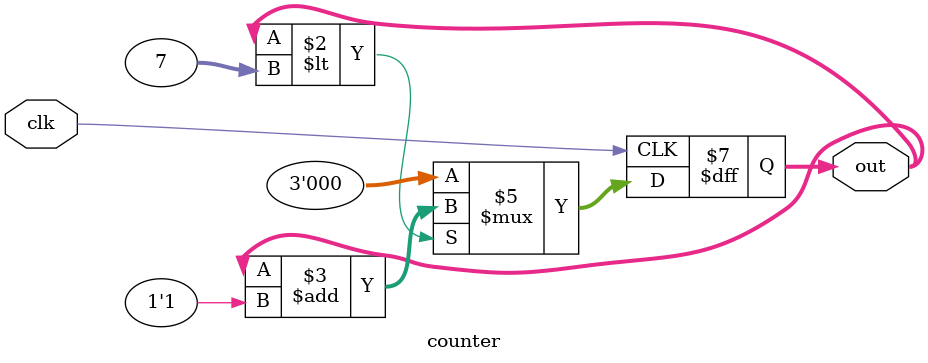
<source format=v>
module counter(clk, out);
	input clk;                    
	output reg [2:0] out;             

	always @(posedge clk)  begin
        if(out<7) begin
            out<=out+1'b1;
        end
        else begin
            out<=0;
        end
	end                           
endmodule
</source>
